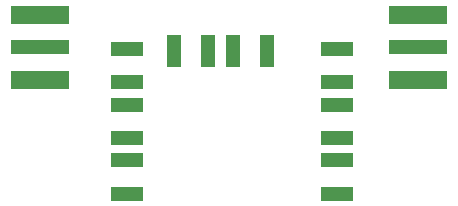
<source format=gbr>
%TF.GenerationSoftware,Altium Limited,Altium Designer,20.0.10 (225)*%
G04 Layer_Color=255*
%FSLAX26Y26*%
%MOIN*%
%TF.FileFunction,Pads,Top*%
%TF.Part,Single*%
G01*
G75*
%TA.AperFunction,SMDPad,CuDef*%
%ADD10R,0.106299X0.049213*%
%ADD11R,0.049213X0.106299*%
%ADD12R,0.196850X0.047244*%
%ADD13R,0.196850X0.062992*%
D10*
X2770000Y4436378D02*
D03*
Y4324173D02*
D03*
Y4250468D02*
D03*
Y4138264D02*
D03*
Y4065468D02*
D03*
Y3953264D02*
D03*
X2068740Y4065468D02*
D03*
Y3953264D02*
D03*
Y4250468D02*
D03*
Y4138264D02*
D03*
Y4436378D02*
D03*
Y4324173D02*
D03*
D11*
X2536417Y4429366D02*
D03*
X2424213D02*
D03*
X2339567D02*
D03*
X2227362D02*
D03*
D12*
X3040945Y4441362D02*
D03*
X1781890D02*
D03*
D13*
X3040945Y4550417D02*
D03*
Y4332307D02*
D03*
X1781890D02*
D03*
Y4550417D02*
D03*
%TF.MD5,97a613f44ecbede1c0b8e250e5069d68*%
M02*

</source>
